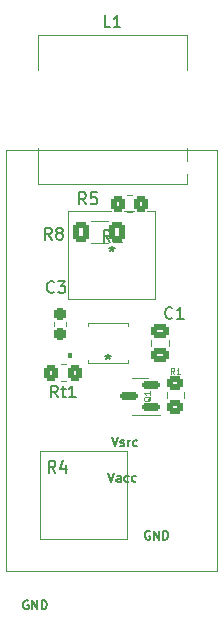
<source format=gto>
G04 #@! TF.GenerationSoftware,KiCad,Pcbnew,(6.0.1)*
G04 #@! TF.CreationDate,2022-06-09T11:36:19-07:00*
G04 #@! TF.ProjectId,PS_controller_rev1_2,50535f63-6f6e-4747-926f-6c6c65725f72,rev?*
G04 #@! TF.SameCoordinates,Original*
G04 #@! TF.FileFunction,Legend,Top*
G04 #@! TF.FilePolarity,Positive*
%FSLAX46Y46*%
G04 Gerber Fmt 4.6, Leading zero omitted, Abs format (unit mm)*
G04 Created by KiCad (PCBNEW (6.0.1)) date 2022-06-09 11:36:19*
%MOMM*%
%LPD*%
G01*
G04 APERTURE LIST*
G04 Aperture macros list*
%AMRoundRect*
0 Rectangle with rounded corners*
0 $1 Rounding radius*
0 $2 $3 $4 $5 $6 $7 $8 $9 X,Y pos of 4 corners*
0 Add a 4 corners polygon primitive as box body*
4,1,4,$2,$3,$4,$5,$6,$7,$8,$9,$2,$3,0*
0 Add four circle primitives for the rounded corners*
1,1,$1+$1,$2,$3*
1,1,$1+$1,$4,$5*
1,1,$1+$1,$6,$7*
1,1,$1+$1,$8,$9*
0 Add four rect primitives between the rounded corners*
20,1,$1+$1,$2,$3,$4,$5,0*
20,1,$1+$1,$4,$5,$6,$7,0*
20,1,$1+$1,$6,$7,$8,$9,0*
20,1,$1+$1,$8,$9,$2,$3,0*%
G04 Aperture macros list end*
%ADD10C,0.150000*%
%ADD11C,0.125000*%
%ADD12C,0.120000*%
%ADD13C,0.100000*%
%ADD14RoundRect,0.250000X-0.350000X-0.450000X0.350000X-0.450000X0.350000X0.450000X-0.350000X0.450000X0*%
%ADD15RoundRect,0.250000X-0.400000X-0.625000X0.400000X-0.625000X0.400000X0.625000X-0.400000X0.625000X0*%
%ADD16RoundRect,0.150000X0.587500X0.150000X-0.587500X0.150000X-0.587500X-0.150000X0.587500X-0.150000X0*%
%ADD17RoundRect,0.250000X0.350000X0.450000X-0.350000X0.450000X-0.350000X-0.450000X0.350000X-0.450000X0*%
%ADD18C,2.500000*%
%ADD19C,2.300000*%
%ADD20C,1.750000*%
%ADD21RoundRect,0.237500X0.237500X-0.300000X0.237500X0.300000X-0.237500X0.300000X-0.237500X-0.300000X0*%
%ADD22R,1.333500X0.279400*%
%ADD23C,1.498600*%
%ADD24RoundRect,0.250000X0.475000X-0.337500X0.475000X0.337500X-0.475000X0.337500X-0.475000X-0.337500X0*%
%ADD25RoundRect,0.250000X0.450000X-0.350000X0.450000X0.350000X-0.450000X0.350000X-0.450000X-0.350000X0*%
%ADD26R,2.900000X5.400000*%
%ADD27R,1.700000X1.700000*%
%ADD28O,1.700000X1.700000*%
G04 APERTURE END LIST*
D10*
X149887857Y-104509285D02*
X150137857Y-105259285D01*
X150387857Y-104509285D01*
X150959285Y-105259285D02*
X150959285Y-104866428D01*
X150923571Y-104795000D01*
X150852142Y-104759285D01*
X150709285Y-104759285D01*
X150637857Y-104795000D01*
X150959285Y-105223571D02*
X150887857Y-105259285D01*
X150709285Y-105259285D01*
X150637857Y-105223571D01*
X150602142Y-105152142D01*
X150602142Y-105080714D01*
X150637857Y-105009285D01*
X150709285Y-104973571D01*
X150887857Y-104973571D01*
X150959285Y-104937857D01*
X151637857Y-105223571D02*
X151566428Y-105259285D01*
X151423571Y-105259285D01*
X151352142Y-105223571D01*
X151316428Y-105187857D01*
X151280714Y-105116428D01*
X151280714Y-104902142D01*
X151316428Y-104830714D01*
X151352142Y-104795000D01*
X151423571Y-104759285D01*
X151566428Y-104759285D01*
X151637857Y-104795000D01*
X152280714Y-105223571D02*
X152209285Y-105259285D01*
X152066428Y-105259285D01*
X151995000Y-105223571D01*
X151959285Y-105187857D01*
X151923571Y-105116428D01*
X151923571Y-104902142D01*
X151959285Y-104830714D01*
X151995000Y-104795000D01*
X152066428Y-104759285D01*
X152209285Y-104759285D01*
X152280714Y-104795000D01*
X150212857Y-101489285D02*
X150462857Y-102239285D01*
X150712857Y-101489285D01*
X150927142Y-102203571D02*
X150998571Y-102239285D01*
X151141428Y-102239285D01*
X151212857Y-102203571D01*
X151248571Y-102132142D01*
X151248571Y-102096428D01*
X151212857Y-102025000D01*
X151141428Y-101989285D01*
X151034285Y-101989285D01*
X150962857Y-101953571D01*
X150927142Y-101882142D01*
X150927142Y-101846428D01*
X150962857Y-101775000D01*
X151034285Y-101739285D01*
X151141428Y-101739285D01*
X151212857Y-101775000D01*
X151570000Y-102239285D02*
X151570000Y-101739285D01*
X151570000Y-101882142D02*
X151605714Y-101810714D01*
X151641428Y-101775000D01*
X151712857Y-101739285D01*
X151784285Y-101739285D01*
X152355714Y-102203571D02*
X152284285Y-102239285D01*
X152141428Y-102239285D01*
X152070000Y-102203571D01*
X152034285Y-102167857D01*
X151998571Y-102096428D01*
X151998571Y-101882142D01*
X152034285Y-101810714D01*
X152070000Y-101775000D01*
X152141428Y-101739285D01*
X152284285Y-101739285D01*
X152355714Y-101775000D01*
X153428571Y-109425000D02*
X153357142Y-109389285D01*
X153250000Y-109389285D01*
X153142857Y-109425000D01*
X153071428Y-109496428D01*
X153035714Y-109567857D01*
X153000000Y-109710714D01*
X153000000Y-109817857D01*
X153035714Y-109960714D01*
X153071428Y-110032142D01*
X153142857Y-110103571D01*
X153250000Y-110139285D01*
X153321428Y-110139285D01*
X153428571Y-110103571D01*
X153464285Y-110067857D01*
X153464285Y-109817857D01*
X153321428Y-109817857D01*
X153785714Y-110139285D02*
X153785714Y-109389285D01*
X154214285Y-110139285D01*
X154214285Y-109389285D01*
X154571428Y-110139285D02*
X154571428Y-109389285D01*
X154750000Y-109389285D01*
X154857142Y-109425000D01*
X154928571Y-109496428D01*
X154964285Y-109567857D01*
X155000000Y-109710714D01*
X155000000Y-109817857D01*
X154964285Y-109960714D01*
X154928571Y-110032142D01*
X154857142Y-110103571D01*
X154750000Y-110139285D01*
X154571428Y-110139285D01*
X143128571Y-115325000D02*
X143057142Y-115289285D01*
X142950000Y-115289285D01*
X142842857Y-115325000D01*
X142771428Y-115396428D01*
X142735714Y-115467857D01*
X142700000Y-115610714D01*
X142700000Y-115717857D01*
X142735714Y-115860714D01*
X142771428Y-115932142D01*
X142842857Y-116003571D01*
X142950000Y-116039285D01*
X143021428Y-116039285D01*
X143128571Y-116003571D01*
X143164285Y-115967857D01*
X143164285Y-115717857D01*
X143021428Y-115717857D01*
X143485714Y-116039285D02*
X143485714Y-115289285D01*
X143914285Y-116039285D01*
X143914285Y-115289285D01*
X144271428Y-116039285D02*
X144271428Y-115289285D01*
X144450000Y-115289285D01*
X144557142Y-115325000D01*
X144628571Y-115396428D01*
X144664285Y-115467857D01*
X144700000Y-115610714D01*
X144700000Y-115717857D01*
X144664285Y-115860714D01*
X144628571Y-115932142D01*
X144557142Y-116003571D01*
X144450000Y-116039285D01*
X144271428Y-116039285D01*
X148033333Y-81752380D02*
X147700000Y-81276190D01*
X147461904Y-81752380D02*
X147461904Y-80752380D01*
X147842857Y-80752380D01*
X147938095Y-80800000D01*
X147985714Y-80847619D01*
X148033333Y-80942857D01*
X148033333Y-81085714D01*
X147985714Y-81180952D01*
X147938095Y-81228571D01*
X147842857Y-81276190D01*
X147461904Y-81276190D01*
X148938095Y-80752380D02*
X148461904Y-80752380D01*
X148414285Y-81228571D01*
X148461904Y-81180952D01*
X148557142Y-81133333D01*
X148795238Y-81133333D01*
X148890476Y-81180952D01*
X148938095Y-81228571D01*
X148985714Y-81323809D01*
X148985714Y-81561904D01*
X148938095Y-81657142D01*
X148890476Y-81704761D01*
X148795238Y-81752380D01*
X148557142Y-81752380D01*
X148461904Y-81704761D01*
X148414285Y-81657142D01*
X145133333Y-84752380D02*
X144800000Y-84276190D01*
X144561904Y-84752380D02*
X144561904Y-83752380D01*
X144942857Y-83752380D01*
X145038095Y-83800000D01*
X145085714Y-83847619D01*
X145133333Y-83942857D01*
X145133333Y-84085714D01*
X145085714Y-84180952D01*
X145038095Y-84228571D01*
X144942857Y-84276190D01*
X144561904Y-84276190D01*
X145704761Y-84180952D02*
X145609523Y-84133333D01*
X145561904Y-84085714D01*
X145514285Y-83990476D01*
X145514285Y-83942857D01*
X145561904Y-83847619D01*
X145609523Y-83800000D01*
X145704761Y-83752380D01*
X145895238Y-83752380D01*
X145990476Y-83800000D01*
X146038095Y-83847619D01*
X146085714Y-83942857D01*
X146085714Y-83990476D01*
X146038095Y-84085714D01*
X145990476Y-84133333D01*
X145895238Y-84180952D01*
X145704761Y-84180952D01*
X145609523Y-84228571D01*
X145561904Y-84276190D01*
X145514285Y-84371428D01*
X145514285Y-84561904D01*
X145561904Y-84657142D01*
X145609523Y-84704761D01*
X145704761Y-84752380D01*
X145895238Y-84752380D01*
X145990476Y-84704761D01*
X146038095Y-84657142D01*
X146085714Y-84561904D01*
X146085714Y-84371428D01*
X146038095Y-84276190D01*
X145990476Y-84228571D01*
X145895238Y-84180952D01*
D11*
X153473809Y-98047619D02*
X153450000Y-98095238D01*
X153402380Y-98142857D01*
X153330952Y-98214285D01*
X153307142Y-98261904D01*
X153307142Y-98309523D01*
X153426190Y-98285714D02*
X153402380Y-98333333D01*
X153354761Y-98380952D01*
X153259523Y-98404761D01*
X153092857Y-98404761D01*
X152997619Y-98380952D01*
X152950000Y-98333333D01*
X152926190Y-98285714D01*
X152926190Y-98190476D01*
X152950000Y-98142857D01*
X152997619Y-98095238D01*
X153092857Y-98071428D01*
X153259523Y-98071428D01*
X153354761Y-98095238D01*
X153402380Y-98142857D01*
X153426190Y-98190476D01*
X153426190Y-98285714D01*
X153426190Y-97595238D02*
X153426190Y-97880952D01*
X153426190Y-97738095D02*
X152926190Y-97738095D01*
X152997619Y-97785714D01*
X153045238Y-97833333D01*
X153069047Y-97880952D01*
D10*
X145647619Y-98102380D02*
X145314285Y-97626190D01*
X145076190Y-98102380D02*
X145076190Y-97102380D01*
X145457142Y-97102380D01*
X145552380Y-97150000D01*
X145600000Y-97197619D01*
X145647619Y-97292857D01*
X145647619Y-97435714D01*
X145600000Y-97530952D01*
X145552380Y-97578571D01*
X145457142Y-97626190D01*
X145076190Y-97626190D01*
X145933333Y-97435714D02*
X146314285Y-97435714D01*
X146076190Y-97102380D02*
X146076190Y-97959523D01*
X146123809Y-98054761D01*
X146219047Y-98102380D01*
X146314285Y-98102380D01*
X147171428Y-98102380D02*
X146600000Y-98102380D01*
X146885714Y-98102380D02*
X146885714Y-97102380D01*
X146790476Y-97245238D01*
X146695238Y-97340476D01*
X146600000Y-97388095D01*
X145333333Y-89157142D02*
X145285714Y-89204761D01*
X145142857Y-89252380D01*
X145047619Y-89252380D01*
X144904761Y-89204761D01*
X144809523Y-89109523D01*
X144761904Y-89014285D01*
X144714285Y-88823809D01*
X144714285Y-88680952D01*
X144761904Y-88490476D01*
X144809523Y-88395238D01*
X144904761Y-88300000D01*
X145047619Y-88252380D01*
X145142857Y-88252380D01*
X145285714Y-88300000D01*
X145333333Y-88347619D01*
X145666666Y-88252380D02*
X146285714Y-88252380D01*
X145952380Y-88633333D01*
X146095238Y-88633333D01*
X146190476Y-88680952D01*
X146238095Y-88728571D01*
X146285714Y-88823809D01*
X146285714Y-89061904D01*
X146238095Y-89157142D01*
X146190476Y-89204761D01*
X146095238Y-89252380D01*
X145809523Y-89252380D01*
X145714285Y-89204761D01*
X145666666Y-89157142D01*
X149900000Y-94442380D02*
X149900000Y-94680476D01*
X149661904Y-94585238D02*
X149900000Y-94680476D01*
X150138095Y-94585238D01*
X149757142Y-94870952D02*
X149900000Y-94680476D01*
X150042857Y-94870952D01*
X145443333Y-104482380D02*
X145110000Y-104006190D01*
X144871904Y-104482380D02*
X144871904Y-103482380D01*
X145252857Y-103482380D01*
X145348095Y-103530000D01*
X145395714Y-103577619D01*
X145443333Y-103672857D01*
X145443333Y-103815714D01*
X145395714Y-103910952D01*
X145348095Y-103958571D01*
X145252857Y-104006190D01*
X144871904Y-104006190D01*
X146300476Y-103815714D02*
X146300476Y-104482380D01*
X146062380Y-103434761D02*
X145824285Y-104149047D01*
X146443333Y-104149047D01*
X155333333Y-91357142D02*
X155285714Y-91404761D01*
X155142857Y-91452380D01*
X155047619Y-91452380D01*
X154904761Y-91404761D01*
X154809523Y-91309523D01*
X154761904Y-91214285D01*
X154714285Y-91023809D01*
X154714285Y-90880952D01*
X154761904Y-90690476D01*
X154809523Y-90595238D01*
X154904761Y-90500000D01*
X155047619Y-90452380D01*
X155142857Y-90452380D01*
X155285714Y-90500000D01*
X155333333Y-90547619D01*
X156285714Y-91452380D02*
X155714285Y-91452380D01*
X156000000Y-91452380D02*
X156000000Y-90452380D01*
X155904761Y-90595238D01*
X155809523Y-90690476D01*
X155714285Y-90738095D01*
X150091833Y-84950880D02*
X149758500Y-84474690D01*
X149520404Y-84950880D02*
X149520404Y-83950880D01*
X149901357Y-83950880D01*
X149996595Y-83998500D01*
X150044214Y-84046119D01*
X150091833Y-84141357D01*
X150091833Y-84284214D01*
X150044214Y-84379452D01*
X149996595Y-84427071D01*
X149901357Y-84474690D01*
X149520404Y-84474690D01*
X150472785Y-84046119D02*
X150520404Y-83998500D01*
X150615642Y-83950880D01*
X150853738Y-83950880D01*
X150948976Y-83998500D01*
X150996595Y-84046119D01*
X151044214Y-84141357D01*
X151044214Y-84236595D01*
X150996595Y-84379452D01*
X150425166Y-84950880D01*
X151044214Y-84950880D01*
X150206000Y-85299880D02*
X150206000Y-85537976D01*
X149967904Y-85442738D02*
X150206000Y-85537976D01*
X150444095Y-85442738D01*
X150063142Y-85728452D02*
X150206000Y-85537976D01*
X150348857Y-85728452D01*
D11*
X155516666Y-96126190D02*
X155350000Y-95888095D01*
X155230952Y-96126190D02*
X155230952Y-95626190D01*
X155421428Y-95626190D01*
X155469047Y-95650000D01*
X155492857Y-95673809D01*
X155516666Y-95721428D01*
X155516666Y-95792857D01*
X155492857Y-95840476D01*
X155469047Y-95864285D01*
X155421428Y-95888095D01*
X155230952Y-95888095D01*
X155992857Y-96126190D02*
X155707142Y-96126190D01*
X155850000Y-96126190D02*
X155850000Y-95626190D01*
X155802380Y-95697619D01*
X155754761Y-95745238D01*
X155707142Y-95769047D01*
D10*
X150073333Y-66752380D02*
X149597142Y-66752380D01*
X149597142Y-65752380D01*
X150930476Y-66752380D02*
X150359047Y-66752380D01*
X150644761Y-66752380D02*
X150644761Y-65752380D01*
X150549523Y-65895238D01*
X150454285Y-65990476D01*
X150359047Y-66038095D01*
D12*
X151472936Y-80965000D02*
X151927064Y-80965000D01*
X151472936Y-82435000D02*
X151927064Y-82435000D01*
X148414320Y-83178276D02*
X149868448Y-83178276D01*
X148414320Y-84998276D02*
X149868448Y-84998276D01*
X152600000Y-99560000D02*
X154275000Y-99560000D01*
X152600000Y-96440000D02*
X151950000Y-96440000D01*
X152600000Y-96440000D02*
X153250000Y-96440000D01*
X152600000Y-99560000D02*
X151950000Y-99560000D01*
X146327064Y-95265000D02*
X145872936Y-95265000D01*
X146327064Y-96735000D02*
X145872936Y-96735000D01*
X141259000Y-77155000D02*
X159159000Y-77155000D01*
X159159000Y-77155000D02*
X159159000Y-112775000D01*
X159159000Y-112775000D02*
X141259000Y-112775000D01*
X141259000Y-112775000D02*
X141259000Y-77155000D01*
X146310000Y-92046267D02*
X146310000Y-91753733D01*
X145290000Y-92046267D02*
X145290000Y-91753733D01*
X148223600Y-94973200D02*
X148223600Y-95176400D01*
X151576400Y-92026800D02*
X151576400Y-91823600D01*
X148223600Y-91823600D02*
X148223600Y-92026800D01*
X151576400Y-95176400D02*
X151576400Y-94973200D01*
X151576400Y-91823600D02*
X148223600Y-91823600D01*
X148223600Y-95176400D02*
X151576400Y-95176400D01*
D13*
X146509100Y-94691260D02*
X146509100Y-94310260D01*
X146509100Y-94310260D02*
X146763100Y-94310260D01*
X146763100Y-94310260D02*
X146763100Y-94691260D01*
X146763100Y-94691260D02*
X146509100Y-94691260D01*
G36*
X146763100Y-94691260D02*
G01*
X146509100Y-94691260D01*
X146509100Y-94310260D01*
X146763100Y-94310260D01*
X146763100Y-94691260D01*
G37*
X146763100Y-94691260D02*
X146509100Y-94691260D01*
X146509100Y-94310260D01*
X146763100Y-94310260D01*
X146763100Y-94691260D01*
D12*
X151517000Y-102603000D02*
X151517000Y-110055360D01*
X151517000Y-110055360D02*
X144151000Y-110055360D01*
X151517000Y-102603000D02*
X144151000Y-102603000D01*
X144151000Y-102603000D02*
X144151000Y-110055360D01*
X153565000Y-93761252D02*
X153565000Y-93238748D01*
X155035000Y-93761252D02*
X155035000Y-93238748D01*
X146536000Y-82349320D02*
X146536000Y-89801680D01*
X153902000Y-82349320D02*
X146536000Y-82349320D01*
X153902000Y-82349320D02*
X153902000Y-89801680D01*
X153902000Y-89801680D02*
X146536000Y-89801680D01*
X154865000Y-98127064D02*
X154865000Y-97672936D01*
X156335000Y-98127064D02*
X156335000Y-97672936D01*
X156540000Y-80000000D02*
X143940000Y-80000000D01*
X143940000Y-70400000D02*
X143940000Y-67400000D01*
X143940000Y-67400000D02*
X156540000Y-67400000D01*
X143940000Y-80000000D02*
X143940000Y-77000000D01*
X156540000Y-67400000D02*
X156540000Y-70400000D01*
X156540000Y-77000000D02*
X156540000Y-80000000D01*
%LPC*%
D14*
X150700000Y-81700000D03*
X152700000Y-81700000D03*
D15*
X147591384Y-84088276D03*
X150691384Y-84088276D03*
D16*
X153537500Y-98950000D03*
X153537500Y-97050000D03*
X151662500Y-98000000D03*
D17*
X147100000Y-96000000D03*
X145100000Y-96000000D03*
D18*
X160800000Y-112600000D03*
D19*
X142729000Y-78655000D03*
X157659000Y-78655000D03*
D20*
X157659000Y-108655000D03*
X160659000Y-108655000D03*
X160659000Y-106155000D03*
X157659000Y-106155000D03*
X157659000Y-103655000D03*
X160659000Y-103655000D03*
X157659000Y-101155000D03*
X160659000Y-101155000D03*
X157659000Y-98655000D03*
X160559000Y-98655000D03*
X157659000Y-96155000D03*
X160659000Y-96155000D03*
X157659000Y-93655000D03*
X160659000Y-93655000D03*
X160659000Y-91155000D03*
X157659000Y-91155000D03*
X157659000Y-88655000D03*
X160659000Y-88655000D03*
X160659000Y-86155000D03*
X157659000Y-86155000D03*
X143559000Y-111555000D03*
X146159000Y-111555000D03*
X146259000Y-114055000D03*
X160659000Y-83655000D03*
X157659000Y-83655000D03*
X143559000Y-114055000D03*
X160659000Y-81255000D03*
X157659000Y-81255000D03*
X142759000Y-81255000D03*
X139859000Y-81255000D03*
X139859000Y-83755000D03*
X142759000Y-83755000D03*
X139859000Y-86255000D03*
X142759000Y-86255000D03*
X142759000Y-88655000D03*
X139859000Y-88655000D03*
X142759000Y-91255000D03*
X139859000Y-91255000D03*
X142759000Y-93755000D03*
X139859000Y-93755000D03*
X142759000Y-96255000D03*
X139859000Y-96255000D03*
X142759000Y-98755000D03*
X139859000Y-98755000D03*
X139859000Y-101155000D03*
X142759000Y-101155000D03*
X142759000Y-103655000D03*
X139859000Y-103655000D03*
X139859000Y-106255000D03*
X142759000Y-106255000D03*
X142759000Y-108655000D03*
X139849000Y-108655000D03*
X148759000Y-114055000D03*
X148759000Y-111555000D03*
X151359000Y-111555000D03*
X151359000Y-114055000D03*
X153959000Y-111555000D03*
X153959000Y-114055000D03*
X156559000Y-111555000D03*
X156559000Y-114055000D03*
D18*
X139700000Y-112600000D03*
D21*
X145800000Y-92762500D03*
X145800000Y-91037500D03*
D18*
X150500000Y-70600000D03*
D22*
X152116150Y-94500760D03*
X152116150Y-94000380D03*
X152116150Y-93500000D03*
X152116150Y-92999620D03*
X152116150Y-92499240D03*
X147683850Y-92499240D03*
X147683850Y-92999620D03*
X147683850Y-93500000D03*
X147683850Y-94000380D03*
X147683850Y-94500760D03*
D23*
X149690000Y-107130000D03*
X147890000Y-105230000D03*
X146090000Y-107130000D03*
D24*
X154300000Y-94537500D03*
X154300000Y-92462500D03*
D23*
X147719000Y-86274500D03*
X150219000Y-88774500D03*
X152719000Y-86274500D03*
D25*
X155600000Y-98900000D03*
X155600000Y-96900000D03*
D26*
X145290000Y-73700000D03*
X155190000Y-73700000D03*
D27*
X146250000Y-100285000D03*
D28*
X148790000Y-100285000D03*
D27*
X154025000Y-103075000D03*
D28*
X154025000Y-105615000D03*
X154025000Y-108155000D03*
M02*

</source>
